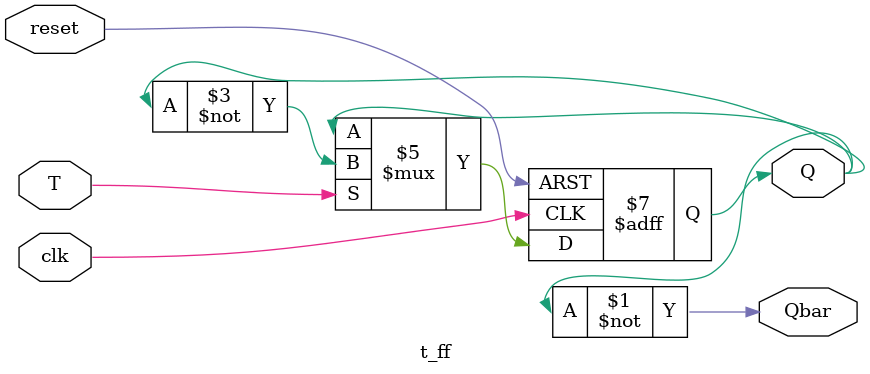
<source format=v>

module t_ff(clk, reset, T, Q, Qbar);
    input clk, reset;
    input T;
    output reg Q;
    output Qbar;

    assign Qbar = ~Q;

    always @(posedge clk or posedge reset) begin
        if (reset) begin
            Q <= 1'b0;
        end
        else begin
            if (T)
                Q <= ~Q;  // Toggle when T = 1
            else
                Q <= Q;   // Hold when T = 0
        end
    end
endmodule

</source>
